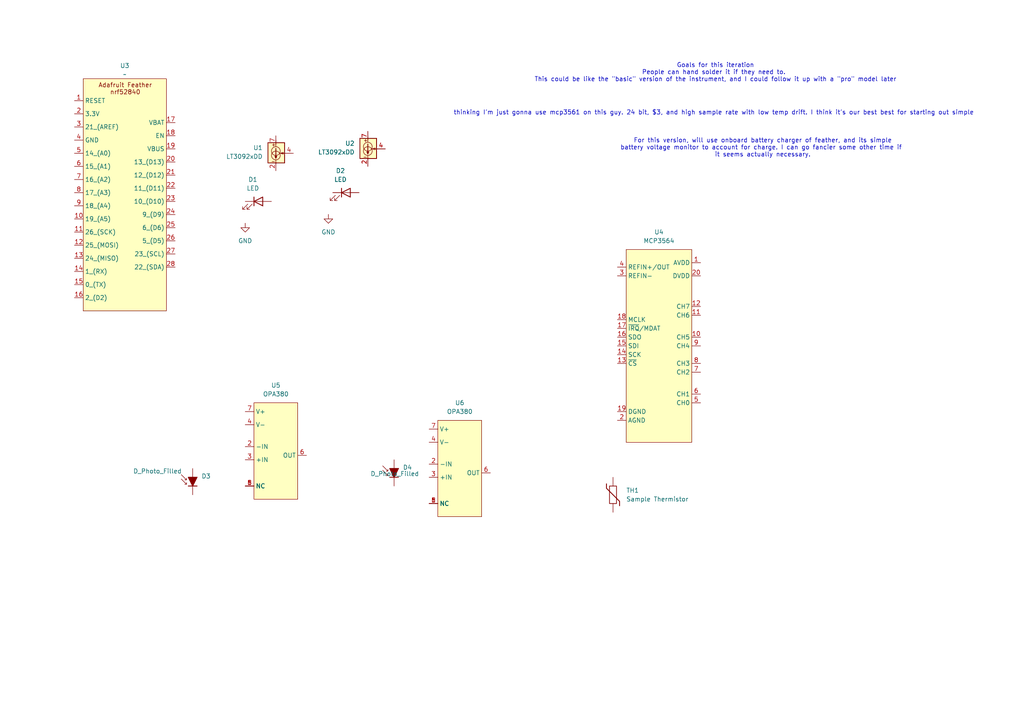
<source format=kicad_sch>
(kicad_sch (version 20250114) (generator "eeschema") (generator_version "9.0")
  (paper "A4")
  (lib_symbols
    (symbol "-project-library:Adafruit_Feather_nrf52840_Express"
      (property "Reference" "U" (at -1.778 15.24 0))
      (symbol "Adafruit_Feather_nrf52840_Express_0_0"
        (pin unspecified line (at -16.51 7.62 0) (length 2.54) (name "RESET") (number "1"))
        (pin unspecified line (at -16.51 3.81 0) (length 2.54) (name "3.3V") (number "2"))
        (pin unspecified line (at -16.51 0 0) (length 2.54) (name "21_(AREF)") (number "3"))
        (pin unspecified line (at -16.51 -3.81 0) (length 2.54) (name "GND") (number "4"))
        (pin unspecified line (at -16.51 -7.62 0) (length 2.54) (name "14_(A0)") (number "5"))
        (pin unspecified line (at -16.51 -11.43 0) (length 2.54) (name "15_(A1)") (number "6"))
        (pin unspecified line (at -16.51 -15.24 0) (length 2.54) (name "16_(A2)") (number "7"))
        (pin unspecified line (at -16.51 -19.05 0) (length 2.54) (name "17_(A3)") (number "8"))
        (pin unspecified line (at -16.51 -22.86 0) (length 2.54) (name "18_(A4)") (number "9"))
        (pin unspecified line (at -16.51 -26.67 0) (length 2.54) (name "19_(A5)") (number "10"))
        (pin unspecified line (at -16.51 -30.48 0) (length 2.54) (name "26_(SCK)") (number "11"))
        (pin unspecified line (at -16.51 -34.29 0) (length 2.54) (name "25_(MOSI)") (number "12"))
        (pin unspecified line (at -16.51 -38.1 0) (length 2.54) (name "24_(MISO)") (number "13"))
        (pin unspecified line (at -16.51 -41.91 0) (length 2.54) (name "1_(RX)") (number "14"))
        (pin unspecified line (at -16.51 -45.72 0) (length 2.54) (name "0_(TX)") (number "15"))
        (pin unspecified line (at -16.51 -49.53 0) (length 2.54) (name "2_(D2)") (number "16"))
        (pin unspecified line (at 12.7 1.27 180) (length 2.54) (name "VBAT") (number "17"))
        (pin unspecified line (at 12.7 -2.54 180) (length 2.54) (name "EN") (number "18"))
        (pin unspecified line (at 12.7 -6.35 180) (length 2.54) (name "VBUS") (number "19"))
        (pin unspecified line (at 12.7 -36.83 180) (length 2.54) (name "23_(SCL)") (number "27"))
        (pin unspecified line (at 12.7 -40.64 180) (length 2.54) (name "22_(SDA)") (number "28"))
      )
      (symbol "Adafruit_Feather_nrf52840_Express_1_0"
        (pin unspecified line (at 12.7 -10.16 180) (length 2.54) (name "13_(D13)") (number "20"))
        (pin unspecified line (at 12.7 -13.97 180) (length 2.54) (name "12_(D12)") (number "21"))
        (pin unspecified line (at 12.7 -17.78 180) (length 2.54) (name "11_(D11)") (number "22"))
        (pin unspecified line (at 12.7 -21.59 180) (length 2.54) (name "10_(D10)") (number "23"))
        (pin unspecified line (at 12.7 -25.4 180) (length 2.54) (name "9_(D9)") (number "24"))
        (pin unspecified line (at 12.7 -29.21 180) (length 2.54) (name "6_(D6)") (number "25"))
        (pin unspecified line (at 12.7 -33.02 180) (length 2.54) (name "5_(D5)") (number "26"))
      )
      (symbol "Adafruit_Feather_nrf52840_Express_1_1"
        (rectangle (start -13.97 13.97) (end 10.16 -53.34) (fill (type background)))
        (text "Adafruit Feather\nnrf52840" (at -1.778 11.176 0) (effects (font (size 1.27 1.27))))
      )
    )
    (symbol "-project-library:MCP3564"
      (property "Reference" "U" (at -9.906 59.69 0))
      (property "Value" "MCP3564" (at 0 0 0))
      (symbol "MCP3564_0_0"
        (pin input line (at -21.59 50.8 0) (length 2.54) (name "REFIN+/OUT") (number "4"))
        (pin input line (at -21.59 48.26 0) (length 2.54) (name "REFIN-") (number "3"))
        (pin unspecified line (at -21.59 35.56 0) (length 2.54) (name "MCLK") (number "18"))
        (pin unspecified line (at -21.59 33.02 0) (length 2.54) (name "~{IRQ}/MDAT") (number "17"))
        (pin unspecified line (at -21.59 30.48 0) (length 2.54) (name "SDO") (number "16"))
        (pin unspecified line (at -21.59 27.94 0) (length 2.54) (name "SDI") (number "15"))
        (pin unspecified line (at -21.59 25.4 0) (length 2.54) (name "SCK") (number "14"))
        (pin input line (at -21.59 22.86 0) (length 2.54) (name "~{CS}") (number "13"))
        (pin unspecified line (at -21.59 8.89 0) (length 2.54) (name "DGND") (number "19"))
        (pin power_in line (at -21.59 6.35 0) (length 2.54) (name "AGND") (number "2"))
        (pin power_in line (at 2.54 52.07 180) (length 2.54) (name "AVDD") (number "1"))
        (pin unspecified line (at 2.54 48.26 180) (length 2.54) (name "DVDD") (number "20"))
        (pin input line (at 2.54 39.37 180) (length 2.54) (name "CH7") (number "12"))
        (pin input line (at 2.54 36.83 180) (length 2.54) (name "CH6") (number "11"))
        (pin input line (at 2.54 30.48 180) (length 2.54) (name "CH5") (number "10"))
        (pin input line (at 2.54 27.94 180) (length 2.54) (name "CH4") (number "9"))
        (pin input line (at 2.54 22.86 180) (length 2.54) (name "CH3") (number "8"))
        (pin input line (at 2.54 20.32 180) (length 2.54) (name "CH2") (number "7"))
        (pin input line (at 2.54 13.97 180) (length 2.54) (name "CH1") (number "6"))
        (pin input line (at 2.54 11.43 180) (length 2.54) (name "CH0") (number "5"))
      )
      (symbol "MCP3564_1_1"
        (rectangle (start -19.05 55.88) (end 0 0) (fill (type background)))
      )
    )
    (symbol "-project-library:OPA380"
      (property "Reference" "U" (at 0 0 0))
      (property "Value" "OPA380" (at 0 0 0))
      (symbol "OPA380_0_0"
        (pin unspecified line (at -8.89 -3.81 0) (length 2.54) (name "V+") (number "7"))
        (pin unspecified line (at -8.89 -7.62 0) (length 2.54) (name "V-") (number "4"))
        (pin unspecified line (at -8.89 -13.97 0) (length 2.54) (name "-IN") (number "2"))
        (pin unspecified line (at -8.89 -17.78 0) (length 2.54) (name "+IN") (number "3"))
        (pin unspecified line (at -8.89 -25.4 0) (length 2.54) (name "NC") (number "1"))
        (pin unspecified line (at -8.89 -25.4 0) (length 2.54) (name "NC") (number "5"))
        (pin unspecified line (at -8.89 -25.4 0) (length 2.54) (name "NC") (number "8"))
        (pin unspecified line (at 8.89 -16.51 180) (length 2.54) (name "OUT") (number "6"))
      )
      (symbol "OPA380_1_1"
        (rectangle (start -6.35 -1.27) (end 6.35 -29.21) (fill (type background)))
      )
    )
    (symbol "Device:D_Photo_Filled" (pin_numbers (hide yes)) (pin_names (hide yes))
      (property "Reference" "D" (at 0.508 1.778 0))
      (property "Value" "D_Photo_Filled" (at -1.016 -2.794 0))
      (symbol "D_Photo_Filled_0_1"
        (polyline (pts (xy -2.54 1.27) (xy -2.54 -1.27)) (stroke (width 0.254)))
        (polyline (pts (xy -2.032 1.778) (xy -1.524 1.778)))
        (polyline (pts (xy -0.508 3.302) (xy -2.032 1.778) (xy -2.032 2.286)))
        (polyline (pts (xy 0 0) (xy -2.54 0)))
        (polyline (pts (xy 0 -1.27) (xy 0 1.27) (xy -2.54 0) (xy 0 -1.27)) (stroke (width 0.254)) (fill (type outline)))
        (polyline (pts (xy 0.762 3.302) (xy -0.762 1.778) (xy -0.762 2.286) (xy -0.762 1.778) (xy -0.254 1.778)))
      )
      (symbol "D_Photo_Filled_1_1"
        (pin passive line (at -5.08 0 0) (length 2.54) (name "K") (number "1"))
        (pin passive line (at 2.54 0 180) (length 2.54) (name "A") (number "2"))
      )
    )
    (symbol "Device:LED" (pin_numbers (hide yes)) (pin_names (offset 1.016) (hide yes))
      (property "Reference" "D" (at 0 2.54 0))
      (property "Value" "LED" (at 0 -2.54 0))
      (symbol "LED_0_1"
        (polyline (pts (xy -3.048 -0.762) (xy -4.572 -2.286) (xy -3.81 -2.286) (xy -4.572 -2.286) (xy -4.572 -1.524)))
        (polyline (pts (xy -1.778 -0.762) (xy -3.302 -2.286) (xy -2.54 -2.286) (xy -3.302 -2.286) (xy -3.302 -1.524)))
        (polyline (pts (xy -1.27 0) (xy 1.27 0)))
        (polyline (pts (xy -1.27 -1.27) (xy -1.27 1.27)) (stroke (width 0.254)))
        (polyline (pts (xy 1.27 -1.27) (xy 1.27 1.27) (xy -1.27 0) (xy 1.27 -1.27)) (stroke (width 0.254)))
      )
      (symbol "LED_1_1"
        (pin passive line (at -3.81 0 0) (length 2.54) (name "K") (number "1"))
        (pin passive line (at 3.81 0 180) (length 2.54) (name "A") (number "2"))
      )
    )
    (symbol "Device:Thermistor" (pin_numbers (hide yes)) (pin_names (offset 0))
      (property "Reference" "TH" (at 2.54 1.27 90))
      (property "Value" "Thermistor" (at -2.54 0 90))
      (symbol "Thermistor_0_1"
        (polyline (pts (xy -1.905 3.175) (xy -1.905 1.905) (xy 1.905 -1.905) (xy 1.905 -3.175) (xy 1.905 -3.175)) (stroke (width 0.254)))
        (rectangle (start -1.016 2.54) (end 1.016 -2.54) (stroke (width 0.2032)))
      )
      (symbol "Thermistor_1_1"
        (pin passive line (at 0 5.08 270) (length 2.54) (name "~") (number "1"))
        (pin passive line (at 0 -5.08 90) (length 2.54) (name "~") (number "2"))
      )
    )
    (symbol "Reference_Current:LT3092xDD"
      (property "Reference" "U" (at 0.635 6.35 0))
      (property "Value" "LT3092xDD" (at 0.635 4.445 0))
      (symbol "LT3092xDD_0_1"
        (rectangle (start -2.286 3.048) (end 2.54 -2.794) (stroke (width 0.254)) (fill (type background)))
        (polyline (pts (xy -1.143 -2.413) (xy -0.381 -2.413)))
        (polyline (pts (xy -1.016 2.413) (xy -0.254 2.413)))
        (polyline (pts (xy -0.635 2.794) (xy -0.635 2.032)))
        (polyline (pts (xy 0 3.81) (xy 0 1.905)))
        (polyline (pts (xy 0 1.397) (xy 0 -1.397)) (stroke (width 0.254)))
        (circle (center 0 0.635) (radius 1.27))
        (circle (center 0 -0.635) (radius 1.27))
        (polyline (pts (xy 0 -1.397) (xy -0.254 -0.889) (xy 0.254 -0.889) (xy 0 -1.397)) (stroke (width 0.254)))
        (polyline (pts (xy 0 -1.905) (xy 0 -3.175)))
        (polyline (pts (xy 1.27 0) (xy 2.159 0.254) (xy 2.159 -0.254) (xy 1.27 0)))
        (polyline (pts (xy 2.54 0) (xy 1.27 0)))
      )
      (symbol "LT3092xDD_1_1"
        (pin no_connect line (at -1.27 2.54 0) (length 2.54) (hide yes) (name "NC") (number "3"))
        (pin no_connect line (at -1.27 0 0) (length 2.54) (hide yes) (name "NC") (number "5"))
        (pin no_connect line (at -1.27 -2.54 0) (length 2.54) (hide yes) (name "NC") (number "6"))
        (pin passive line (at 0 5.08 270) (length 2.54) (name "~") (number "7"))
        (pin passive line (at 0 5.08 270) (length 2.54) (hide yes) (name "~") (number "8"))
        (pin passive line (at 0 -5.08 90) (length 2.54) (hide yes) (name "~") (number "1"))
        (pin passive line (at 0 -5.08 90) (length 2.54) (name "~") (number "2"))
        (pin passive line (at 0 -5.08 90) (length 2.54) (hide yes) (name "~") (number "9"))
        (pin passive line (at 5.08 0 180) (length 2.54) (name "~") (number "4"))
      )
    )
    (symbol "power:GND" (power) (pin_numbers (hide yes)) (pin_names (offset 0) (hide yes))
      (property "Value" "GND" (at 0 -3.81 0))
      (symbol "GND_0_1"
        (polyline (pts (xy 0 0) (xy 0 -1.27) (xy 1.27 -1.27) (xy 0 -2.54) (xy -1.27 -1.27) (xy 0 -1.27)))
      )
      (symbol "GND_1_1"
        (pin power_in line (at 0 0 270) (length 0) (name "~") (number "1"))
      )
    )
  )
  (text "For this version, will use onboard battery charger of feather, and its simple\nbattery voltage monitor to account for charge. I can go fancier some other time if \nit seems actually necessary.\n\n\n" (at 221.234 44.958 0) (effects (font (size 1.27 1.27))))
  (text "Goals for this iteration\nPeople can hand solder it if they need to. \nThis could be like the \"basic\" version of the instrument, and I could follow it up with a \"pro\" model later\n" (at 207.518 21.082 0) (effects (font (size 1.27 1.27))))
  (text "thinking I'm just gonna use mcp3561 on this guy. 24 bit, $3, and high sample rate with low temp drift. I think it's our best best for starting out simple" (at 207.01 32.766 0) (effects (font (size 1.27 1.27))))
  (symbol (lib_id "power:GND") (at 71.12 64.77 0) (unit 1)
    (property "Reference" "#PWR01" (effects (hide yes)))
    (property "Value" "GND" (at 71.12 69.85 0))
    (property "Description" "Power symbol creates a global label with name \"GND\" , ground" (effects (hide yes)))
  )
  (symbol (lib_id "Reference_Current:LT3092xDD") (at 106.68 43.18 0) (unit 1)
    (property "Reference" "U2" (at 102.87 41.5924 0) (effects (justify right)))
    (property "Value" "LT3092xDD" (at 102.87 44.1324 0) (effects (justify right)))
    (property "Footprint" "Package_DFN_QFN:DFN-8-1EP_3x3mm_P0.5mm_EP1.66x2.38mm" (effects (hide yes)))
    (property "Datasheet" "https://www.analog.com/media/en/technical-documentation/data-sheets/3092fc.pdf" (effects (hide yes)))
    (property "Description" "200mA 2-Terminal Programmable Current Source, DFN-8" (effects (hide yes)))
  )
  (symbol (lib_id "Device:D_Photo_Filled") (at 55.88 138.43 90) (unit 1)
    (property "Reference" "D3" (at 58.42 138.1124 90) (effects (justify right)))
    (property "Value" "D_Photo_Filled" (at 38.608 136.652 90) (effects (justify right)))
    (property "Description" "Photodiode, filled shape" (effects (hide yes)))
  )
  (symbol (lib_id "Device:D_Photo_Filled") (at 114.3 135.89 90) (unit 1)
    (property "Reference" "D4" (at 116.84 135.5724 90) (effects (justify right)))
    (property "Value" "D_Photo_Filled" (at 107.442 137.414 90) (effects (justify right)))
    (property "Description" "Photodiode, filled shape" (effects (hide yes)))
  )
  (symbol (lib_id "-project-library:Adafruit_Feather_nrf52840_Express") (at 38.1 36.83 0) (unit 1)
    (property "Reference" "U3" (at 36.195 19.05 0))
    (property "Value" "~" (at 36.195 21.59 0))
    (property "Footprint" "-ProjectLibrary:Adafruit Feather nrf52840 Express" (effects (hide yes)))
  )
  (symbol (lib_id "Device:LED") (at 100.33 55.88 0) (unit 1)
    (property "Reference" "D2" (at 98.7425 49.53 0))
    (property "Value" "LED" (at 98.7425 52.07 0))
    (property "Description" "Light emitting diode" (effects (hide yes)))
    (property "Sim.Pins" "1=K 2=A" (effects (hide yes)))
  )
  (symbol (lib_id "Reference_Current:LT3092xDD") (at 80.01 44.45 0) (unit 1)
    (property "Reference" "U1" (at 76.2 42.8624 0) (effects (justify right)))
    (property "Value" "LT3092xDD" (at 76.2 45.4024 0) (effects (justify right)))
    (property "Footprint" "Package_DFN_QFN:DFN-8-1EP_3x3mm_P0.5mm_EP1.66x2.38mm" (effects (hide yes)))
    (property "Datasheet" "https://www.analog.com/media/en/technical-documentation/data-sheets/3092fc.pdf" (effects (hide yes)))
    (property "Description" "200mA 2-Terminal Programmable Current Source, DFN-8" (effects (hide yes)))
  )
  (symbol (lib_id "Device:Thermistor") (at 177.8 143.51 0) (unit 1)
    (property "Reference" "TH1" (at 181.61 142.2399 0) (effects (justify left)))
    (property "Value" "Sample Thermistor" (at 181.61 144.7799 0) (effects (justify left)))
    (property "Description" "Temperature dependent resistor" (effects (hide yes)))
  )
  (symbol (lib_id "-project-library:OPA380") (at 133.35 120.65 0) (unit 1)
    (property "Reference" "U6" (at 133.35 116.84 0))
    (property "Value" "OPA380" (at 133.35 119.38 0))
    (property "Footprint" "Package_SO:MSOP-8_3x3mm_P0.65mm" (effects (hide yes)))
  )
  (symbol (lib_id "Device:LED") (at 74.93 58.42 0) (unit 1)
    (property "Reference" "D1" (at 73.3425 52.07 0))
    (property "Value" "LED" (at 73.3425 54.61 0))
    (property "Description" "Light emitting diode" (effects (hide yes)))
    (property "Sim.Pins" "1=K 2=A" (effects (hide yes)))
  )
  (symbol (lib_id "-project-library:MCP3564") (at 200.66 128.27 0) (unit 1)
    (property "Reference" "U4" (at 191.135 67.31 0))
    (property "Value" "MCP3564" (at 191.135 69.85 0))
    (property "Footprint" "Package_SO:TSSOP-20_4.4x6.5mm_P0.65mm" (effects (hide yes)))
  )
  (symbol (lib_id "power:GND") (at 95.25 62.23 0) (unit 1)
    (property "Reference" "#PWR02" (effects (hide yes)))
    (property "Value" "GND" (at 95.25 67.31 0))
    (property "Description" "Power symbol creates a global label with name \"GND\" , ground" (effects (hide yes)))
  )
  (symbol (lib_id "-project-library:OPA380") (at 80.01 115.57 0) (unit 1)
    (property "Reference" "U5" (at 80.01 111.76 0))
    (property "Value" "OPA380" (at 80.01 114.3 0))
    (property "Footprint" "Package_SO:MSOP-8_3x3mm_P0.65mm" (effects (hide yes)))
  )
)
</source>
